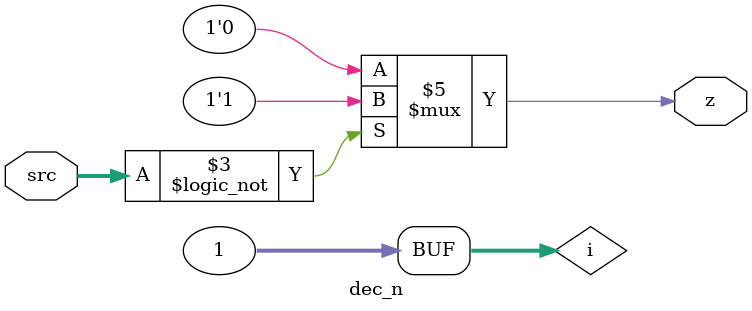
<source format=v>
module dec_n (src , z);
  parameter n = 0;
  input [n-1:0] src;
  output reg [((2**n)-1):0] z;
  integer i;
  
  always @(src)
      begin
        for (i = 0; i < 2**n; i = i+1) begin
            if (src == i) z[i] <= 1'b1;
            else z[i] <= 1'b0;
            $display ("src is %d z is %d and i is %d" ,src , z , i);
          end
      end
endmodule
  
  
  

</source>
